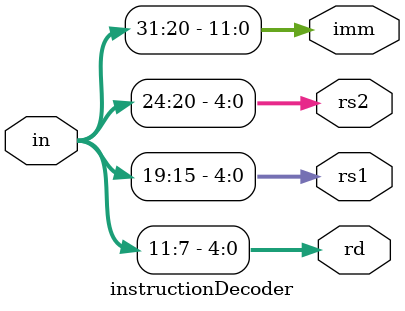
<source format=v>
module instructionDecoder(in,rd, rs1,rs2,imm);


input [31:0]in;

output [4:0]rd;
output [4:0]rs1;
output [4:0]rs2;
output [11:0]imm;

assign rd=in[11:7];
assign rs1=in[19:15];
assign rs2=in[24:20];
assign imm=in[31:20];

endmodule 
</source>
